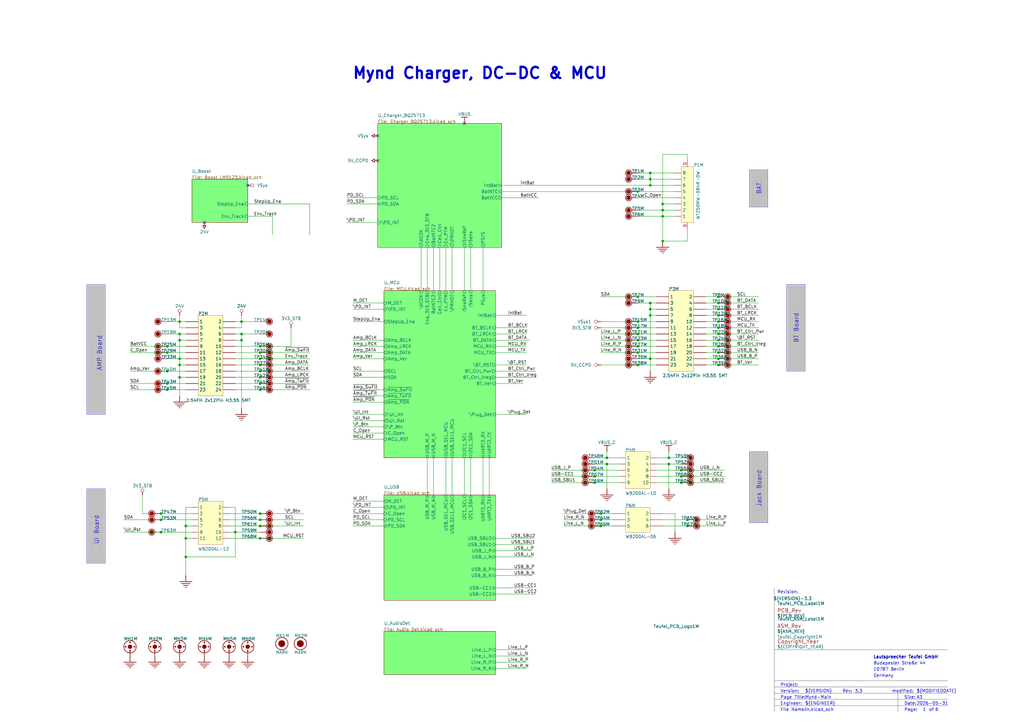
<source format=kicad_sch>
(kicad_sch (version 20231120) (generator "eeschema") (generator_version "8.0")
  (paper "A3")
  (title_block (title "Mynd-Main") (rev "3.3"))
  (junction (at 261.62 142.0622))
  (junction (at 261.62 136.9822))
  (junction (at 281.94 213.1822))
  (junction (at 73.66 131.9022))
  (junction (at 106.68 142.0622))
  (junction (at 266.7 70.9422))
  (junction (at 271.78 98.8822))
  (junction (at 294.64 136.9822))
  (junction (at 294.64 147.1422))
  (junction (at 106.68 154.7622))
  (junction (at 294.64 129.3622))
  (junction (at 246.38 213.1822))
  (junction (at 76.2 220.8022))
  (junction (at 68.58 144.6022))
  (junction (at 106.68 215.7222))
  (junction (at 294.64 124.2822))
  (junction (at 66.04 218.2622))
  (junction (at 106.68 152.2222))
  (junction (at 261.62 149.6822))
  (junction (at 73.66 149.6822))
  (junction (at 76.2 215.7222))
  (junction (at 106.68 220.8022))
  (junction (at 248.92 187.7822))
  (junction (at 68.58 157.3022))
  (junction (at 294.64 134.4422))
  (junction (at 266.7 124.2822))
  (junction (at 246.38 215.7222))
  (junction (at 294.64 131.9022))
  (junction (at 266.7 126.8222))
  (junction (at 261.62 121.7422))
  (junction (at 294.64 144.6022))
  (junction (at 271.78 86.1822))
  (junction (at 294.64 121.7422))
  (junction (at 106.68 149.6822))
  (junction (at 294.64 126.8222))
  (junction (at 106.68 144.6022))
  (junction (at 246.38 210.6422))
  (junction (at 266.7 73.4822))
  (junction (at 279.4 197.9422))
  (junction (at 99.06 131.9022))
  (junction (at 274.32 187.7822))
  (junction (at 73.66 136.9822))
  (junction (at 106.68 213.1822))
  (junction (at 243.84 192.8622))
  (junction (at 73.66 139.5222))
  (junction (at 274.32 190.3222))
  (junction (at 266.7 147.1422))
  (junction (at 99.06 136.9822))
  (junction (at 261.62 139.5222))
  (junction (at 66.04 210.6422))
  (junction (at 294.64 139.5222))
  (junction (at 96.52 218.2622))
  (junction (at 106.68 157.3022))
  (junction (at 68.58 142.0622))
  (junction (at 243.84 197.9422))
  (junction (at 243.84 195.4022))
  (junction (at 99.06 139.5222))
  (junction (at 261.62 144.6022))
  (junction (at 271.78 88.7222))
  (junction (at 73.66 154.7622))
  (junction (at 261.62 131.9022))
  (junction (at 279.4 195.4022))
  (junction (at 106.68 159.8422))
  (junction (at 106.68 210.6422))
  (junction (at 76.2 228.4222))
  (junction (at 106.68 147.1422))
  (junction (at 266.7 129.3622))
  (junction (at 271.78 83.6422))
  (junction (at 294.64 142.0622))
  (junction (at 294.64 149.6822))
  (junction (at 279.4 192.8622))
  (junction (at 248.92 190.3222))
  (junction (at 266.7 76.0222))
  (junction (at 68.58 159.8422))
  (junction (at 73.66 147.1422))
  (junction (at 68.58 152.2222))
  (junction (at 281.94 215.7222))
  (junction (at 261.62 78.5622))
  (junction (at 261.62 134.4422))
  (junction (at 66.04 213.1822))
  (no_connect (at 83.82 91.2622))
  (no_connect (at 190.5 50.6222))
  (no_connect (at 154.94 55.7022))
  (no_connect (at 154.94 65.8622))
  (no_connect (at 101.6 76.0222))
  (wire (pts (xy 261.62 136.9822) (xy 246.38 136.9822)))
  (wire (pts (xy 294.64 142.0622) (xy 289.56 142.0622)))
  (wire (pts (xy 154.94 83.6422) (xy 142.24 83.6422)))
  (wire (pts (xy 269.24 139.5222) (xy 261.62 139.5222)))
  (wire (pts (xy 182.88 187.7822) (xy 182.88 203.0222)))
  (wire (pts (xy 203.2 139.5222) (xy 217.17 139.5222)))
  (wire (pts (xy 157.48 154.7622) (xy 144.78 154.7622)))
  (wire (pts (xy 294.64 139.5222) (xy 289.56 139.5222)))
  (wire (pts (xy 119.38 142.0622) (xy 119.38 134.4422)))
  (wire (pts (xy 127 149.6822) (xy 106.68 149.6822)))
  (wire (pts (xy 279.4 195.4022) (xy 269.24 195.4022)))
  (wire (pts (xy 96.52 134.4422) (xy 99.06 134.4422)))
  (wire (pts (xy 266.7 73.4822) (xy 261.62 73.4822)))
  (wire (pts (xy 266.7 76.0222) (xy 266.7 73.4822)))
  (wire (pts (xy 254 190.3222) (xy 248.92 190.3222)))
  (wire (pts (xy 311.15 136.9822) (xy 294.64 136.9822)))
  (wire (pts (xy 203.2 220.8022) (xy 218.44 220.8022)))
  (wire (pts (xy 281.94 93.8022) (xy 281.94 98.8822)))
  (wire (pts (xy 246.38 121.7422) (xy 261.62 121.7422)))
  (wire (pts (xy 127 83.6422) (xy 127 96.3422)))
  (polyline (pts (xy 317.5 266.5222) (xy 317.5 241.1222)) (stroke (width 0.0254) (type solid) (color 0 0 0 1)))
  (wire (pts (xy 266.7 70.9422) (xy 266.7 73.4822)))
  (wire (pts (xy 215.9 149.6822) (xy 203.2 149.6822)))
  (wire (pts (xy 261.62 78.5622) (xy 205.74 78.5622)))
  (wire (pts (xy 243.84 190.3222) (xy 248.92 190.3222)))
  (wire (pts (xy 106.68 142.0622) (xy 119.38 142.0622)))
  (wire (pts (xy 294.64 147.1422) (xy 289.56 147.1422)))
  (wire (pts (xy 73.66 154.7622) (xy 73.66 149.6822)))
  (wire (pts (xy 96.52 218.2622) (xy 93.98 218.2622)))
  (wire (pts (xy 96.52 142.0622) (xy 106.68 142.0622)))
  (wire (pts (xy 96.52 208.1022) (xy 96.52 218.2622)))
  (wire (pts (xy 53.34 144.6022) (xy 68.58 144.6022)))
  (wire (pts (xy 101.6 83.6422) (xy 127 83.6422)))
  (wire (pts (xy 294.64 121.7422) (xy 289.56 121.7422)))
  (wire (pts (xy 73.66 149.6822) (xy 73.66 147.1422)))
  (wire (pts (xy 73.66 147.1422) (xy 73.66 139.5222)))
  (wire (pts (xy 261.62 139.5222) (xy 246.38 139.5222)))
  (wire (pts (xy 276.86 73.4822) (xy 266.7 73.4822)))
  (wire (pts (xy 261.62 134.4422) (xy 246.38 134.4422)))
  (wire (pts (xy 271.78 88.7222) (xy 271.78 86.1822)))
  (wire (pts (xy 279.4 187.7822) (xy 274.32 187.7822)))
  (wire (pts (xy 96.52 139.5222) (xy 99.06 139.5222)))
  (wire (pts (xy 106.68 131.9022) (xy 99.06 131.9022)))
  (wire (pts (xy 294.64 126.8222) (xy 289.56 126.8222)))
  (wire (pts (xy 127 147.1422) (xy 106.68 147.1422)))
  (wire (pts (xy 76.2 215.7222) (xy 76.2 208.1022)))
  (wire (pts (xy 311.15 134.4422) (xy 294.64 134.4422)))
  (wire (pts (xy 144.78 177.6222) (xy 157.48 177.6222)))
  (wire (pts (xy 185.42 101.4222) (xy 185.42 119.2022)))
  (wire (pts (xy 73.66 134.4422) (xy 76.2 134.4422)))
  (wire (pts (xy 246.38 215.7222) (xy 231.14 215.7222)))
  (wire (pts (xy 281.94 63.3222) (xy 281.94 65.8622)))
  (wire (pts (xy 96.52 228.4222) (xy 96.52 218.2622)))
  (wire (pts (xy 157.48 208.1022) (xy 144.78 208.1022)))
  (wire (pts (xy 99.06 129.3622) (xy 99.06 131.9022)))
  (wire (pts (xy 99.06 167.4622) (xy 99.06 139.5222)))
  (wire (pts (xy 261.62 142.0622) (xy 246.38 142.0622)))
  (wire (pts (xy 218.44 241.1222) (xy 203.2 241.1222)))
  (wire (pts (xy 68.58 147.1422) (xy 73.66 147.1422)))
  (polyline (pts (xy 317.5 286.8422) (xy 388.62 286.8422)) (stroke (width 0.0254) (type solid) (color 0 0 0 1)))
  (wire (pts (xy 111.76 88.7222) (xy 111.76 96.3422)))
  (wire (pts (xy 294.64 131.9022) (xy 289.56 131.9022)))
  (wire (pts (xy 279.4 190.3222) (xy 274.32 190.3222)))
  (wire (pts (xy 243.84 195.4022) (xy 226.06 195.4022)))
  (wire (pts (xy 266.7 124.2822) (xy 266.7 126.8222)))
  (wire (pts (xy 200.66 187.7822) (xy 200.66 203.0222)))
  (wire (pts (xy 76.2 142.0622) (xy 68.58 142.0622)))
  (wire (pts (xy 144.78 159.8422) (xy 157.48 159.8422)))
  (wire (pts (xy 261.62 147.1422) (xy 266.7 147.1422)))
  (wire (pts (xy 144.78 139.5222) (xy 157.48 139.5222)))
  (wire (pts (xy 243.84 197.9422) (xy 226.06 197.9422)))
  (wire (pts (xy 271.78 83.6422) (xy 276.86 83.6422)))
  (wire (pts (xy 76.2 215.7222) (xy 76.2 220.8022)))
  (wire (pts (xy 294.64 144.6022) (xy 289.56 144.6022)))
  (wire (pts (xy 144.78 162.3822) (xy 157.48 162.3822)))
  (wire (pts (xy 246.38 210.6422) (xy 231.14 210.6422)))
  (wire (pts (xy 251.46 210.6422) (xy 246.38 210.6422)))
  (wire (pts (xy 271.78 210.6422) (xy 276.86 210.6422)))
  (wire (pts (xy 269.24 187.7822) (xy 274.32 187.7822)))
  (wire (pts (xy 261.62 149.6822) (xy 269.24 149.6822)))
  (wire (pts (xy 144.78 144.6022) (xy 157.48 144.6022)))
  (wire (pts (xy 218.44 236.0422) (xy 203.2 236.0422)))
  (wire (pts (xy 144.78 126.8222) (xy 157.48 126.8222)))
  (wire (pts (xy 254 197.9422) (xy 243.84 197.9422)))
  (wire (pts (xy 76.2 157.3022) (xy 68.58 157.3022)))
  (wire (pts (xy 106.68 154.7622) (xy 96.52 154.7622)))
  (wire (pts (xy 311.15 149.6822) (xy 294.64 149.6822)))
  (polyline (pts (xy 317.5 291.9222) (xy 317.5 266.5222)) (stroke (width 0.0254) (type solid) (color 0 0 0 1)))
  (wire (pts (xy 294.64 124.2822) (xy 289.56 124.2822)))
  (wire (pts (xy 269.24 144.6022) (xy 261.62 144.6022)))
  (wire (pts (xy 261.62 124.2822) (xy 266.7 124.2822)))
  (wire (pts (xy 266.7 129.3622) (xy 266.7 147.1422)))
  (wire (pts (xy 279.4 197.9422) (xy 297.18 197.9422)))
  (polyline (pts (xy 317.5 281.7622) (xy 388.62 281.7622)) (stroke (width 0.0254) (type solid) (color 0 0 0 1)))
  (wire (pts (xy 73.66 129.3622) (xy 73.66 131.9022)))
  (wire (pts (xy 215.9 134.4422) (xy 203.2 134.4422)))
  (wire (pts (xy 172.72 101.4222) (xy 172.72 119.2022)))
  (wire (pts (xy 276.86 81.1022) (xy 261.62 81.1022)))
  (wire (pts (xy 254 195.4022) (xy 243.84 195.4022)))
  (wire (pts (xy 106.68 215.7222) (xy 93.98 215.7222)))
  (wire (pts (xy 127 159.8422) (xy 106.68 159.8422)))
  (wire (pts (xy 106.68 152.2222) (xy 96.52 152.2222)))
  (wire (pts (xy 144.78 142.0622) (xy 157.48 142.0622)))
  (wire (pts (xy 78.74 220.8022) (xy 76.2 220.8022)))
  (wire (pts (xy 266.7 147.1422) (xy 266.7 152.2222)))
  (wire (pts (xy 144.78 205.5622) (xy 157.48 205.5622)))
  (wire (pts (xy 177.8 101.4222) (xy 177.8 119.2022)))
  (wire (pts (xy 269.24 197.9422) (xy 279.4 197.9422)))
  (wire (pts (xy 93.98 220.8022) (xy 106.68 220.8022)))
  (wire (pts (xy 218.44 233.5022) (xy 203.2 233.5022)))
  (wire (pts (xy 68.58 159.8422) (xy 53.34 159.8422)))
  (wire (pts (xy 127 152.2222) (xy 106.68 152.2222)))
  (wire (pts (xy 76.2 159.8422) (xy 68.58 159.8422)))
  (wire (pts (xy 311.15 147.1422) (xy 294.64 147.1422)))
  (wire (pts (xy 124.46 213.1822) (xy 106.68 213.1822)))
  (wire (pts (xy 215.9 129.3622) (xy 203.2 129.3622)))
  (wire (pts (xy 193.04 101.4222) (xy 193.04 119.2022)))
  (wire (pts (xy 73.66 131.9022) (xy 73.66 134.4422)))
  (wire (pts (xy 248.92 187.7822) (xy 254 187.7822)))
  (wire (pts (xy 215.9 274.1422) (xy 203.2 274.1422)))
  (wire (pts (xy 76.2 220.8022) (xy 76.2 228.4222)))
  (wire (pts (xy 127 157.3022) (xy 106.68 157.3022)))
  (wire (pts (xy 215.9 142.0622) (xy 203.2 142.0622)))
  (polyline (pts (xy 317.5 266.5222) (xy 388.62 266.5222)) (stroke (width 0.0254) (type solid) (color 0 0 0 1)))
  (wire (pts (xy 205.74 81.1022) (xy 220.98 81.1022)))
  (polyline (pts (xy 317.5 284.3022) (xy 388.62 284.3022)) (stroke (width 0.0254) (type solid) (color 0 0 0 1)))
  (wire (pts (xy 124.46 210.6422) (xy 106.68 210.6422)))
  (wire (pts (xy 106.68 144.6022) (xy 96.52 144.6022)))
  (wire (pts (xy 269.24 136.9822) (xy 261.62 136.9822)))
  (wire (pts (xy 311.15 126.8222) (xy 294.64 126.8222)))
  (wire (pts (xy 99.06 139.5222) (xy 99.06 136.9822)))
  (wire (pts (xy 144.78 172.5422) (xy 157.48 172.5422)))
  (wire (pts (xy 271.78 86.1822) (xy 271.78 83.6422)))
  (wire (pts (xy 93.98 208.1022) (xy 96.52 208.1022)))
  (wire (pts (xy 73.66 136.9822) (xy 76.2 136.9822)))
  (wire (pts (xy 294.64 129.3622) (xy 289.56 129.3622)))
  (wire (pts (xy 78.74 215.7222) (xy 76.2 215.7222)))
  (wire (pts (xy 68.58 144.6022) (xy 76.2 144.6022)))
  (wire (pts (xy 269.24 126.8222) (xy 266.7 126.8222)))
  (wire (pts (xy 106.68 220.8022) (xy 124.46 220.8022)))
  (wire (pts (xy 243.84 187.7822) (xy 248.92 187.7822)))
  (wire (pts (xy 311.15 129.3622) (xy 294.64 129.3622)))
  (wire (pts (xy 218.44 225.8822) (xy 203.2 225.8822)))
  (wire (pts (xy 154.94 81.1022) (xy 142.24 81.1022)))
  (wire (pts (xy 175.26 203.0222) (xy 175.26 187.7822)))
  (wire (pts (xy 261.62 131.9022) (xy 246.38 131.9022)))
  (wire (pts (xy 182.88 101.4222) (xy 182.88 119.2022)))
  (wire (pts (xy 311.15 124.2822) (xy 294.64 124.2822)))
  (wire (pts (xy 269.24 131.9022) (xy 261.62 131.9022)))
  (wire (pts (xy 180.34 101.4222) (xy 180.34 119.2022)))
  (wire (pts (xy 144.78 147.1422) (xy 157.48 147.1422)))
  (wire (pts (xy 269.24 142.0622) (xy 261.62 142.0622)))
  (wire (pts (xy 269.24 124.2822) (xy 266.7 124.2822)))
  (wire (pts (xy 279.4 192.8622) (xy 297.18 192.8622)))
  (wire (pts (xy 73.66 147.1422) (xy 76.2 147.1422)))
  (wire (pts (xy 106.68 157.3022) (xy 96.52 157.3022)))
  (wire (pts (xy 271.78 83.6422) (xy 271.78 63.3222)))
  (wire (pts (xy 276.86 78.5622) (xy 261.62 78.5622)))
  (wire (pts (xy 203.2 223.3422) (xy 218.44 223.3422)))
  (wire (pts (xy 274.32 190.3222) (xy 274.32 200.4822)))
  (wire (pts (xy 269.24 190.3222) (xy 274.32 190.3222)))
  (wire (pts (xy 76.2 228.4222) (xy 96.52 228.4222)))
  (wire (pts (xy 226.06 192.8622) (xy 243.84 192.8622)))
  (wire (pts (xy 219.71 152.2222) (xy 203.2 152.2222)))
  (wire (pts (xy 106.68 159.8422) (xy 96.52 159.8422)))
  (wire (pts (xy 106.68 136.9822) (xy 99.06 136.9822)))
  (wire (pts (xy 144.78 164.9222) (xy 157.48 164.9222)))
  (wire (pts (xy 281.94 215.7222) (xy 271.78 215.7222)))
  (wire (pts (xy 76.2 154.7622) (xy 73.66 154.7622)))
  (wire (pts (xy 198.12 101.4222) (xy 198.12 119.2022)))
  (wire (pts (xy 50.8 218.2622) (xy 66.04 218.2622)))
  (wire (pts (xy 281.94 98.8822) (xy 271.78 98.8822)))
  (wire (pts (xy 248.92 190.3222) (xy 248.92 200.4822)))
  (wire (pts (xy 297.18 215.7222) (xy 281.94 215.7222)))
  (wire (pts (xy 294.64 136.9822) (xy 289.56 136.9822)))
  (wire (pts (xy 175.26 101.4222) (xy 175.26 119.2022)))
  (wire (pts (xy 266.7 126.8222) (xy 266.7 129.3622)))
  (wire (pts (xy 281.94 213.1822) (xy 271.78 213.1822)))
  (wire (pts (xy 243.84 192.8622) (xy 254 192.8622)))
  (wire (pts (xy 294.64 134.4422) (xy 289.56 134.4422)))
  (wire (pts (xy 271.78 86.1822) (xy 276.86 86.1822)))
  (wire (pts (xy 311.15 131.9022) (xy 294.64 131.9022)))
  (wire (pts (xy 311.15 121.7422) (xy 294.64 121.7422)))
  (wire (pts (xy 271.78 98.8822) (xy 271.78 88.7222)))
  (wire (pts (xy 266.7 76.0222) (xy 276.86 76.0222)))
  (wire (pts (xy 106.68 218.2622) (xy 96.52 218.2622)))
  (wire (pts (xy 157.48 215.7222) (xy 144.78 215.7222)))
  (wire (pts (xy 251.46 215.7222) (xy 246.38 215.7222)))
  (wire (pts (xy 127 154.7622) (xy 106.68 154.7622)))
  (wire (pts (xy 271.78 88.7222) (xy 276.86 88.7222)))
  (wire (pts (xy 218.44 228.4222) (xy 203.2 228.4222)))
  (wire (pts (xy 297.18 213.1822) (xy 281.94 213.1822)))
  (wire (pts (xy 76.2 149.6822) (xy 73.66 149.6822)))
  (wire (pts (xy 215.9 136.9822) (xy 203.2 136.9822)))
  (wire (pts (xy 73.66 162.3822) (xy 73.66 154.7622)))
  (wire (pts (xy 203.2 157.3022) (xy 214.63 157.3022)))
  (wire (pts (xy 198.12 187.7822) (xy 198.12 203.0222)))
  (polyline (pts (xy 317.5 279.2222) (xy 388.62 279.2222)) (stroke (width 0.0254) (type solid) (color 0 0 0 1)))
  (wire (pts (xy 144.78 175.0822) (xy 157.48 175.0822)))
  (wire (pts (xy 78.74 210.6422) (xy 66.04 210.6422)))
  (wire (pts (xy 219.71 154.7622) (xy 203.2 154.7622)))
  (wire (pts (xy 157.48 213.1822) (xy 144.78 213.1822)))
  (wire (pts (xy 101.6 88.7222) (xy 111.76 88.7222)))
  (wire (pts (xy 144.78 152.2222) (xy 157.48 152.2222)))
  (wire (pts (xy 271.78 63.3222) (xy 281.94 63.3222)))
  (wire (pts (xy 106.68 147.1422) (xy 96.52 147.1422)))
  (wire (pts (xy 219.71 243.6622) (xy 203.2 243.6622)))
  (wire (pts (xy 274.32 187.7822) (xy 274.32 185.2422)))
  (wire (pts (xy 66.04 218.2622) (xy 78.74 218.2622)))
  (wire (pts (xy 294.64 149.6822) (xy 289.56 149.6822)))
  (wire (pts (xy 261.62 121.7422) (xy 269.24 121.7422)))
  (wire (pts (xy 66.04 210.6422) (xy 58.42 210.6422)))
  (wire (pts (xy 248.92 185.2422) (xy 248.92 187.7822)))
  (wire (pts (xy 157.48 180.1622) (xy 144.78 180.1622)))
  (wire (pts (xy 246.38 149.6822) (xy 261.62 149.6822)))
  (wire (pts (xy 68.58 152.2222) (xy 53.34 152.2222)))
  (wire (pts (xy 276.86 70.9422) (xy 266.7 70.9422)))
  (wire (pts (xy 177.8 203.0222) (xy 177.8 187.7822)))
  (wire (pts (xy 157.48 210.6422) (xy 144.78 210.6422)))
  (wire (pts (xy 269.24 192.8622) (xy 279.4 192.8622)))
  (wire (pts (xy 144.78 124.2822) (xy 157.48 124.2822)))
  (wire (pts (xy 261.62 88.7222) (xy 271.78 88.7222)))
  (polyline (pts (xy 317.5 289.3822) (xy 388.62 289.3822)) (stroke (width 0.0254) (type solid) (color 0 0 0 1)))
  (wire (pts (xy 215.9 266.5222) (xy 203.2 266.5222)))
  (wire (pts (xy 311.15 142.0622) (xy 294.64 142.0622)))
  (wire (pts (xy 66.04 213.1822) (xy 78.74 213.1822)))
  (wire (pts (xy 58.42 210.6422) (xy 58.42 203.0222)))
  (wire (pts (xy 68.58 157.3022) (xy 53.34 157.3022)))
  (wire (pts (xy 76.2 208.1022) (xy 78.74 208.1022)))
  (wire (pts (xy 215.9 269.0622) (xy 203.2 269.0622)))
  (wire (pts (xy 106.68 149.6822) (xy 96.52 149.6822)))
  (wire (pts (xy 193.04 187.7822) (xy 193.04 203.0222)))
  (wire (pts (xy 269.24 147.1422) (xy 266.7 147.1422)))
  (wire (pts (xy 205.74 76.0222) (xy 266.7 76.0222)))
  (wire (pts (xy 68.58 131.9022) (xy 73.66 131.9022)))
  (wire (pts (xy 76.2 236.0422) (xy 76.2 228.4222)))
  (wire (pts (xy 106.68 213.1822) (xy 93.98 213.1822)))
  (wire (pts (xy 276.86 210.6422) (xy 276.86 218.2622)))
  (wire (pts (xy 76.2 131.9022) (xy 73.66 131.9022)))
  (wire (pts (xy 73.66 139.5222) (xy 76.2 139.5222)))
  (wire (pts (xy 215.9 144.6022) (xy 203.2 144.6022)))
  (wire (pts (xy 106.68 210.6422) (xy 93.98 210.6422)))
  (wire (pts (xy 50.8 213.1822) (xy 66.04 213.1822)))
  (wire (pts (xy 297.18 195.4022) (xy 279.4 195.4022)))
  (wire (pts (xy 215.9 170.0022) (xy 203.2 170.0022)))
  (wire (pts (xy 144.78 170.0022) (xy 157.48 170.0022)))
  (wire (pts (xy 251.46 213.1822) (xy 246.38 213.1822)))
  (wire (pts (xy 261.62 86.1822) (xy 271.78 86.1822)))
  (wire (pts (xy 215.9 271.6022) (xy 203.2 271.6022)))
  (wire (pts (xy 127 144.6022) (xy 106.68 144.6022)))
  (wire (pts (xy 68.58 142.0622) (xy 53.34 142.0622)))
  (wire (pts (xy 311.15 144.6022) (xy 294.64 144.6022)))
  (wire (pts (xy 124.46 215.7222) (xy 106.68 215.7222)))
  (wire (pts (xy 99.06 131.9022) (xy 96.52 131.9022)))
  (wire (pts (xy 269.24 134.4422) (xy 261.62 134.4422)))
  (wire (pts (xy 76.2 152.2222) (xy 68.58 152.2222)))
  (wire (pts (xy 185.42 203.0222) (xy 185.42 187.7822)))
  (wire (pts (xy 190.5 101.4222) (xy 190.5 119.2022)))
  (wire (pts (xy 190.5 187.7822) (xy 190.5 203.0222)))
  (wire (pts (xy 246.38 213.1822) (xy 231.14 213.1822)))
  (wire (pts (xy 144.78 131.9022) (xy 157.48 131.9022)))
  (wire (pts (xy 99.06 136.9822) (xy 96.52 136.9822)))
  (wire (pts (xy 269.24 129.3622) (xy 266.7 129.3622)))
  (wire (pts (xy 68.58 136.9822) (xy 73.66 136.9822)))
  (wire (pts (xy 99.06 134.4422) (xy 99.06 131.9022)))
  (polyline (pts (xy 368.3 291.9222) (xy 368.3 284.3022)) (stroke (width 0.0254) (type solid) (color 0 0 0 1)))
  (wire (pts (xy 154.94 91.2622) (xy 142.24 91.2622)))
  (wire (pts (xy 261.62 144.6022) (xy 246.38 144.6022)))
  (wire (pts (xy 73.66 139.5222) (xy 73.66 136.9822)))
  (wire (pts (xy 311.15 139.5222) (xy 294.64 139.5222)))
  (wire (pts (xy 266.7 70.9422) (xy 261.62 70.9422)))
  (rectangle (start 43.18 116.6622) (end 35.56 170.0022) (stroke (width 0.0254) (color 0 0 255 1)) (fill (type color) (color 192 192 192 1)))
  (rectangle (start 314.96 185.2422) (end 307.34 214.4522) (stroke (width 0.0254) (color 0 0 255 1)) (fill (type color) (color 192 192 192 1)))
  (rectangle (start 330.2 116.6622) (end 322.58 152.2222) (stroke (width 0.0254) (color 0 0 255 1)) (fill (type color) (color 192 192 192 1)))
  (rectangle (start 43.18 200.4822) (end 35.56 230.9622) (stroke (width 0.0254) (color 0 0 255 1)) (fill (type color) (color 192 192 192 1)))
  (rectangle (start 314.96 69.6722) (end 307.34 84.9122) (stroke (width 0.0254) (color 0 0 255 1)) (fill (type color) (color 192 192 192 1)))
  (text "Version:" (at 320.04 284.3022 0) (effects (font (size 1.27 1.27)) (justify left bottom)))
  (text "Engineer:" (at 320.04 289.3822 0) (effects (font (size 1.27 1.27)) (justify left bottom)))
  (text "Date:" (at 370.84 289.3822 0) (effects (font (size 1.27 1.27)) (justify left bottom)))
  (text "File Name:" (at 320.04 291.9222 0) (effects (font (size 1.27 1.27)) (justify left bottom)))
  (text "${FILENAME}" (at 330.2 291.9222 0) (effects (font (size 1.27 1.27)) (justify left bottom)))
  (text "${MODIFIEDDATE}" (at 375.92 284.3022 0) (effects (font (size 1.27 1.27)) (justify left bottom)))
  (text "of" (at 381 291.9222 0) (effects (font (size 1.27 1.27)) (justify left bottom)))
  (text "${##}" (at 383.54 291.9222 0) (effects (font (size 1.27 1.27)) (justify left bottom)))
  (text "Size:" (at 370.84 286.8422 0) (effects (font (size 1.27 1.27)) (justify left bottom)))
  (text "${PROJECTNAME}" (at 330.2 281.7622 0) (effects (font (size 1.27 1.27)) (justify left bottom)))
  (text "Mynd Charger, DC-DC & MCU" (at 196.85 32.8422 0) (effects (font (size 4.572 4.572) (thickness 0.9144) (bold yes)) (justify bottom)))
  (text "Rev:" (at 345.44 284.3022 0) (effects (font (size 1.27 1.27)) (justify left bottom)))
  (text "A3" (at 375.92 286.8422 0) (effects (font (size 1.27 1.27)) (justify left bottom)))
  (text "${VERSION}" (at 330.2 284.3022 0) (effects (font (size 1.27 1.27)) (justify left bottom)))
  (text "AMP Board" (at 41.91 152.2222 90) (effects (font (size 1.778 1.778)) (justify left bottom)))
  (text "BT Board" (at 327.66 140.7922 90) (effects (font (size 1.778 1.778)) (justify left bottom)))
  (text "${REVISION}" (at 350.52 284.3022 0) (effects (font (size 1.27 1.27)) (justify left bottom)))
  (text "BAT" (at 312.42 79.8322 90) (effects (font (size 1.778 1.778)) (justify left bottom)))
  (text "${ENGINEER}" (at 330.2 289.3822 0) (effects (font (size 1.27 1.27)) (justify left bottom)))
  (text "Project:" (at 320.04 281.7622 0) (effects (font (size 1.27 1.27)) (justify left bottom)))
  (text "10787 Berlin" (at 358.14 275.4122 0) (effects (font (size 1.27 1.27) (italic yes)) (justify left bottom)))
  (text "Germany" (at 358.14 277.9522 0) (effects (font (size 1.27 1.27) (italic yes)) (justify left bottom)))
  (text "Jack Board" (at 312.42 208.1022 90) (effects (font (size 1.778 1.778)) (justify left bottom)))
  (text "${#}" (at 378.46 291.9222 0) (effects (font (size 1.27 1.27)) (justify left bottom)))
  (text "${TITLE}" (at 330.2 286.8422 0) (effects (font (size 1.27 1.27)) (justify left bottom)))
  (text "Page:" (at 370.84 291.9222 0) (effects (font (size 1.27 1.27)) (justify left bottom)))
  (text "${CURRENT_DATE}" (at 375.92 289.3822 0) (effects (font (size 1.27 1.27)) (justify left bottom)))
  (text "UI Board" (at 40.64 223.3422 90) (effects (font (size 1.778 1.778)) (justify left bottom)))
  (text "modified:" (at 365.76 284.3022 0) (effects (font (size 1.27 1.27)) (justify left bottom)))
  (text "Page Title:" (at 320.04 286.8422 0) (effects (font (size 1.27 1.27)) (justify left bottom)))
  (text "Lautspreecher Teufel GmbH" (at 358.14 270.3322 0) (effects (font (size 1.27 1.27) (thickness 0.254) (bold yes)) (justify left bottom)))
  (text "Revision:" (at 318.77 243.6622 0) (effects (font (size 1.27 1.27)) (justify left bottom)))
  (text "Budapester Straße 44" (at 358.14 272.8722 0) (effects (font (size 1.27 1.27) (italic yes)) (justify left bottom)))
  (label "BT_BCLK" (at 208.28 134.4422 0))
  (label "Line_R_N" (at 246.38 144.6022 0))
  (label "~{Amp_TwFlt}" (at 116.84 157.3022 0))
  (label "BT_DATA" (at 208.28 139.5222 0))
  (label "Line_L_N" (at 208.28 269.0622 0))
  (label "\\Plug_Det" (at 231.14 210.6422 0))
  (label "Line_L_P" (at 208.28 266.5222 0))
  (label "~{Amp_PDN}" (at 116.84 159.8422 0))
  (label "Amp_Ver" (at 53.34 152.2222 0))
  (label "PD_SCL" (at 142.24 81.1022 0))
  (label "\\BT_RST" (at 302.26 139.5222 0))
  (label "USB_SBU1" (at 226.06 197.9422 0))
  (label "BT_BCLK" (at 302.26 126.8222 0))
  (label "\\UI_Int" (at 144.78 170.0022 0))
  (label "\\P_Btn" (at 144.78 175.0822 0))
  (label "PD_SDA" (at 144.78 215.7222 0))
  (label "BT_DATA" (at 302.26 124.2822 0))
  (label "\\UI_Rst" (at 144.78 172.5422 0))
  (label "Line_R_P" (at 208.28 271.6022 0))
  (label "BT_Ctrl_Vreg" (at 208.28 154.7622 0))
  (label "intBat" (at 208.28 129.3622 0))
  (label "C_Open" (at 264.16 81.1022 0))
  (label "M_DET" (at 144.78 205.5622 0))
  (label "USB_B_N" (at 302.26 144.6022 0))
  (label "Line_R_N" (at 208.28 274.1422 0))
  (label "Line_R_P" (at 246.38 142.0622 0))
  (label "MCU_RST" (at 144.78 180.1622 0))
  (label "\\PD_INT" (at 144.78 208.1022 0))
  (label "~{Amp_SwFlt}" (at 144.78 159.8422 0))
  (label "\\Plug_Det" (at 208.28 170.0022 0))
  (label "Amp_BCLK" (at 116.84 152.2222 0))
  (label "Amp_BCLK" (at 144.78 139.5222 0))
  (label "USB_J_P" (at 210.82 225.8822 0))
  (label "SDA" (at 53.34 157.3022 0))
  (label "USB-CC1" (at 226.06 195.4022 0))
  (label "USB_J_N" (at 287.02 192.8622 0))
  (label "Env_Track" (at 116.84 147.1422 0))
  (label "Line_L_P" (at 246.38 136.9822 0))
  (label "SCL" (at 302.26 121.7422 0))
  (label "SCL" (at 116.84 213.1822 0))
  (label "BT_Ctrl_Pwr" (at 302.26 136.9822 0))
  (label "Line_R_N" (at 231.14 213.1822 0))
  (label "BT_LRCK" (at 208.28 136.9822 0))
  (label "BatVCC" (at 213.36 81.1022 0))
  (label "StepUp_Ena" (at 144.78 131.9022 0))
  (label "\\BT_RST" (at 208.28 149.6822 0))
  (label "C_Open" (at 53.34 144.6022 0))
  (label "~{Amp_TwFlt}" (at 144.78 162.3822 0))
  (label "BT_Ctrl_Pwr" (at 208.28 152.2222 0))
  (label "USB-CC2" (at 287.02 195.4022 0))
  (label "MCU_TX" (at 302.26 134.4422 0))
  (label "USB_SBU2" (at 287.02 197.9422 0))
  (label "Line_L_N" (at 231.14 215.7222 0))
  (label "MCU_TX" (at 208.28 144.6022 0))
  (label "\\PD_INT" (at 142.24 91.2622 0))
  (label "MCU_RST" (at 116.043 220.8022 0))
  (label "M_DET" (at 144.78 124.2822 0))
  (label "C_Open" (at 144.78 177.6222 0))
  (label "intBat" (at 213.36 76.0222 0))
  (label "SDA" (at 246.38 121.7422 0))
  (label "BT_Ctrl_Vreg" (at 302.26 142.0622 0))
  (label "SCL" (at 144.78 152.2222 0))
  (label "\\PD_INT" (at 144.78 126.8222 0))
  (label "Amp_Ver" (at 144.78 147.1422 0))
  (label "PD_SDA" (at 142.24 83.6422 0))
  (label "~{Amp_PDN}" (at 144.78 164.9222 0))
  (label "USB_B_P" (at 210.82 233.5022 0))
  (label "\\P_Btn" (at 116.84 210.6422 0))
  (label "Amp_LRCK" (at 116.84 154.7622 0))
  (label "SDA" (at 144.78 154.7622 0))
  (label "Line_R_P" (at 289.56 213.1822 0))
  (label "USB_SBU1" (at 209.55 223.3422 0))
  (label "USB_B_N" (at 210.82 236.0422 0))
  (label "USB_SBU2" (at 209.542 220.8022 0))
  (label "Amp_DATA" (at 144.78 144.6022 0))
  (label "C_Open" (at 144.78 210.6422 0))
  (label "Amp_LRCK" (at 144.78 142.0622 0))
  (label "Line_L_N" (at 246.38 139.5222 0))
  (label "Env_Track" (at 104.14 88.7222 0))
  (label "Amp_DATA" (at 116.84 149.6822 0))
  (label "\\UI_Int" (at 116.84 215.7222 0))
  (label "BT_Ver" (at 208.28 157.3022 0))
  (label "~{Amp_SwFlt}" (at 116.84 144.6022 0))
  (label "USB-CC2" (at 210.82 243.6622 0))
  (label "MCU_RX" (at 208.28 142.0622 0))
  (label "USB_J_P" (at 226.06 192.8622 0))
  (label "USB-CC1" (at 210.82 241.1222 0))
  (label "MCU_RX" (at 302.26 131.9022 0))
  (label "\\UI_Rst" (at 50.8 218.2622 0))
  (label "BT_LRCK" (at 302.26 129.3622 0))
  (label "Line_L_P" (at 289.56 215.7222 0))
  (label "StepUp_Ena" (at 104.14 83.6422 0))
  (label "BatVCC" (at 53.34 142.0622 0))
  (label "USB_J_N" (at 210.82 228.4222 0))
  (label "SCL" (at 53.34 159.8422 0))
  (label "SDA" (at 50.8 213.1822 0))
  (label "BT_Ver" (at 302.26 149.6822 0))
  (label "USB_B_P" (at 302.26 147.1422 0))
  (label "PD_SCL" (at 144.78 213.1822 0))
  (symbol (lib_id "Mynd_Main-altium-import:root_0_CON 2X6P") (at 81.28 205.5622 0) (unit 1)
    (property "Reference" "P5M" (at 81.28 205.5622 0) (effects (justify left bottom)))
    (property "Value" "${ALTIUM_VALUE}" (at 81.28 225.8822 0) (effects (justify left bottom)))
    (property "Footprint" "WB200AL_2x6P" (effects (hide yes)))
    (property "Description" "SMD WTB CONNECTOR 12P P2.0mm TIN" (effects (hide yes)))
    (property "MANUFACTURER" "MINGHENG" (effects (hide yes)))
    (property "SYSTEM" "Connector" (effects (hide yes)))
    (property "ALTIUM_VALUE" "${PART_NUMBER}" (effects (hide yes)))
    (property "PART_NUMBER" "WB200AL-12" (effects (hide yes)))
    (property "PART_TYPE" "Connector SMT" (effects (hide yes)))
  )
  (symbol (lib_id "Mynd_Main-altium-import:VBUS_C_BAR") (at 248.92 185.2422 180) (unit 1)
    (property "Reference" "#PWR?" (effects (hide yes)))
    (property "Value" "VBUS_C" (at 248.92 181.4322 0))
  )
  (symbol (lib_id "Mynd_Main-altium-import:root_0_mirrored_TP") (at 243.84 192.8622 0) (unit 1)
    (property "Reference" "TP54M" (at 241.3 192.8622 0) (effects (justify left bottom)))
    (property "Value" "TP12" (effects (hide yes)))
    (property "Footprint" "TP120" (effects (hide yes)))
    (property "Description" "Test Point" (effects (hide yes)))
    (property "DESIGN ITEM ID" "TP" (effects (hide yes)))
  )
  (symbol (lib_id "Mynd_Main-altium-import:root_0_Teufel NoLogo") (at 269.24 258.9022 0) (unit 1)
    (property "Reference" "Teufel_PCB_Logo1M" (at 267.97 257.6322 0) (effects (justify left bottom)))
    (property "Value" "${VERSION}-${REVISION}" (at 318.77 246.2022 0) (effects (justify left bottom)))
    (property "Footprint" "Teufel_NoLogo" (effects (hide yes)))
    (property "Description" "Teufel PCB NoLogo" (effects (hide yes)))
  )
  (symbol (lib_id "Mynd_Main-altium-import:root_0_TP") (at 294.64 129.3622 0) (unit 1)
    (property "Reference" "TP12M" (at 292.1 129.3622 0) (effects (justify left bottom)))
    (property "Value" "TP12" (effects (hide yes)))
    (property "Footprint" "TP120" (effects (hide yes)))
    (property "Description" "Test Point" (effects (hide yes)))
    (property "DESIGN ITEM ID" "TP" (effects (hide yes)))
  )
  (symbol (lib_id "Mynd_Main-altium-import:root_0_mirrored_TP") (at 68.58 142.0622 0) (unit 1)
    (property "Reference" "TP25M" (at 66.04 142.0622 0) (effects (justify left bottom)))
    (property "Value" "TP12" (effects (hide yes)))
    (property "Footprint" "TP120" (effects (hide yes)))
    (property "Description" "Test Point" (effects (hide yes)))
    (property "DESIGN ITEM ID" "TP" (effects (hide yes)))
  )
  (symbol (lib_id "Mynd_Main-altium-import:VSys_CIRCLE") (at 101.6 76.0222 90) (unit 1)
    (property "Reference" "#PWR?" (effects (hide yes)))
    (property "Value" "VSys" (at 105.41 76.0222 90) (effects (justify right)))
  )
  (symbol (lib_id "Mynd_Main-altium-import:root_0_CON 2x12P") (at 274.32 119.2022 0) (unit 1)
    (property "Reference" "P3M" (at 274.32 119.2022 0) (effects (justify left bottom)))
    (property "Value" "${ALTIUM_VALUE}" (at 271.78 154.7622 0) (effects (justify left bottom)))
    (property "Footprint" "Female_SMD_Bottom_2X12_254" (effects (hide yes)))
    (property "Description" "SMD BTB CONNECTOR 24P P2.54mm GOLD" (effects (hide yes)))
    (property "MANUFACTURER" "MINGHENG" (effects (hide yes)))
    (property "SYSTEM" "Connector" (effects (hide yes)))
    (property "ALTIUM_VALUE" "${PART_NUMBER}" (effects (hide yes)))
    (property "PART_NUMBER" "2.54FH 2x12Pin H3.55 SMT" (effects (hide yes)))
    (property "PART_TYPE" "Connector SMT" (effects (hide yes)))
  )
  (symbol (lib_id "Mynd_Main-altium-import:root_0_TP") (at 281.94 215.7222 0) (unit 1)
    (property "Reference" "TP67M" (at 279.4 215.7222 0) (effects (justify left bottom)))
    (property "Value" "TP12" (effects (hide yes)))
    (property "Footprint" "TP120" (effects (hide yes)))
    (property "Description" "Test Point" (effects (hide yes)))
    (property "DESIGN ITEM ID" "TP" (effects (hide yes)))
  )
  (symbol (lib_id "Mynd_Main-altium-import:root_0_CON 2X3P") (at 256.54 208.1022 0) (unit 1)
    (property "Reference" "P6M" (at 256.54 208.1022 0) (effects (justify left bottom)))
    (property "Value" "${ALTIUM_VALUE}" (at 256.54 220.8022 0) (effects (justify left bottom)))
    (property "Footprint" "WB200AL_2x3P" (effects (hide yes)))
    (property "Description" "SMD WTB CONNECTOR 6P P2.0mm TIN" (effects (hide yes)))
    (property "MANUFACTURER" "MINGHENG" (effects (hide yes)))
    (property "SYSTEM" "Connector" (effects (hide yes)))
    (property "ALTIUM_VALUE" "${PART_NUMBER}" (effects (hide yes)))
    (property "PART_NUMBER" "WB200AL-06" (effects (hide yes)))
    (property "PART_TYPE" "Connector SMT" (effects (hide yes)))
  )
  (symbol (lib_id "Mynd_Main-altium-import:3V3_STB_CIRCLE") (at 58.42 203.0222 180) (unit 1)
    (property "Reference" "#PWR?" (effects (hide yes)))
    (property "Value" "3V3_STB" (at 58.42 199.2122 0))
  )
  (symbol (lib_id "Mynd_Main-altium-import:root_0_TP") (at 106.68 159.8422 0) (unit 1)
    (property "Reference" "TP46M" (at 104.14 159.8422 0) (effects (justify left bottom)))
    (property "Value" "TP12" (effects (hide yes)))
    (property "Footprint" "TP120" (effects (hide yes)))
    (property "Description" "Test Point" (effects (hide yes)))
    (property "DESIGN ITEM ID" "TP" (effects (hide yes)))
  )
  (symbol (lib_id "Mynd_Main-altium-import:GND_POWER_GROUND") (at 101.6 269.0622 0) (unit 1)
    (property "Reference" "#PWR?" (effects (hide yes)))
    (property "Value" "GND" (effects (hide yes)))
  )
  (symbol (lib_id "Mynd_Main-altium-import:GND_POWER_GROUND") (at 271.78 98.8822 0) (unit 1)
    (property "Reference" "#PWR?" (effects (hide yes)))
    (property "Value" "GND" (effects (hide yes)))
  )
  (symbol (lib_id "Mynd_Main-altium-import:root_0_mirrored_TP") (at 261.62 147.1422 0) (unit 1)
    (property "Reference" "TP35M" (at 259.08 147.1422 0) (effects (justify left bottom)))
    (property "Value" "TP12" (effects (hide yes)))
    (property "Footprint" "TP120" (effects (hide yes)))
    (property "Description" "Test Point" (effects (hide yes)))
    (property "DESIGN ITEM ID" "TP" (effects (hide yes)))
  )
  (symbol (lib_id "Mynd_Main-altium-import:root_0_Teufel_PCB_Label") (at 318.77 251.2822 0) (unit 1)
    (property "Reference" "Teufel_PCB_Label1M" (at 318.77 248.2342 0) (effects (justify left bottom)))
    (property "Value" "${PCB_REV}" (at 318.77 253.3142 0) (effects (justify left bottom)))
    (property "Footprint" "Teufel_PCB_Rev" (effects (hide yes)))
    (property "Description" "Teufel_PCB_Label" (effects (hide yes)))
  )
  (symbol (lib_id "Mynd_Main-altium-import:GND_POWER_GROUND") (at 276.86 218.2622 0) (unit 1)
    (property "Reference" "#PWR?" (effects (hide yes)))
    (property "Value" "GND" (effects (hide yes)))
  )
  (symbol (lib_id "Mynd_Main-altium-import:root_0_TP") (at 106.68 144.6022 0) (unit 1)
    (property "Reference" "TP30M" (at 104.14 144.6022 0) (effects (justify left bottom)))
    (property "Value" "TP12" (effects (hide yes)))
    (property "Footprint" "TP120" (effects (hide yes)))
    (property "Description" "Test Point" (effects (hide yes)))
    (property "DESIGN ITEM ID" "TP" (effects (hide yes)))
  )
  (symbol (lib_id "Mynd_Main-altium-import:root_0_TP") (at 294.64 149.6822 0) (unit 1)
    (property "Reference" "TP39M" (at 292.1 149.6822 0) (effects (justify left bottom)))
    (property "Value" "TP12" (effects (hide yes)))
    (property "Footprint" "TP120" (effects (hide yes)))
    (property "Description" "Test Point" (effects (hide yes)))
    (property "DESIGN ITEM ID" "TP" (effects (hide yes)))
  )
  (symbol (lib_id "Mynd_Main-altium-import:root_0_mirrored_TP") (at 66.04 210.6422 0) (unit 1)
    (property "Reference" "TP47M" (at 66.04 210.6422 0) (effects (justify left bottom)))
    (property "Value" "TP12" (effects (hide yes)))
    (property "Footprint" "TP120" (effects (hide yes)))
    (property "Description" "Test Point" (effects (hide yes)))
    (property "DESIGN ITEM ID" "TP" (effects (hide yes)))
  )
  (symbol (lib_id "Mynd_Main-altium-import:root_1_SCREW_HOLE") (at 93.98 269.0622 0) (unit 1)
    (property "Reference" "MH5M" (at 91.44 262.7122 0) (effects (justify left bottom)))
    (property "Value" "SCREW_HOLE_D30" (effects (hide yes)))
    (property "Footprint" "SCREW_D30" (effects (hide yes)))
    (property "Description" "SCREW_HOLE_D30" (effects (hide yes)))
  )
  (symbol (lib_id "Mynd_Main-altium-import:root_0_TP") (at 294.64 126.8222 0) (unit 1)
    (property "Reference" "TP11M" (at 292.1 126.8222 0) (effects (justify left bottom)))
    (property "Value" "TP12" (effects (hide yes)))
    (property "Footprint" "TP120" (effects (hide yes)))
    (property "Description" "Test Point" (effects (hide yes)))
    (property "DESIGN ITEM ID" "TP" (effects (hide yes)))
  )
  (symbol (lib_id "Mynd_Main-altium-import:root_0_TP") (at 294.64 121.7422 0) (unit 1)
    (property "Reference" "TP8M" (at 292.1 121.7422 0) (effects (justify left bottom)))
    (property "Value" "TP12" (effects (hide yes)))
    (property "Footprint" "TP120" (effects (hide yes)))
    (property "Description" "Test Point" (effects (hide yes)))
    (property "DESIGN ITEM ID" "TP" (effects (hide yes)))
  )
  (symbol (lib_id "Mynd_Main-altium-import:root_0_mirrored_TP") (at 261.62 131.9022 0) (unit 1)
    (property "Reference" "TP15M" (at 259.08 131.9022 0) (effects (justify left bottom)))
    (property "Value" "TP12" (effects (hide yes)))
    (property "Footprint" "TP120" (effects (hide yes)))
    (property "Description" "Test Point" (effects (hide yes)))
    (property "DESIGN ITEM ID" "TP" (effects (hide yes)))
  )
  (symbol (lib_id "Mynd_Main-altium-import:root_0_TP") (at 106.68 210.6422 0) (unit 1)
    (property "Reference" "TP50M" (at 99.06 210.6422 0) (effects (justify left bottom)))
    (property "Value" "TP12" (effects (hide yes)))
    (property "Footprint" "TP120" (effects (hide yes)))
    (property "Description" "Test Point" (effects (hide yes)))
    (property "DESIGN ITEM ID" "TP" (effects (hide yes)))
  )
  (symbol (lib_id "Mynd_Main-altium-import:root_0_mirrored_TP") (at 68.58 157.3022 0) (unit 1)
    (property "Reference" "TP43M" (at 66.04 157.3022 0) (effects (justify left bottom)))
    (property "Value" "TP12" (effects (hide yes)))
    (property "Footprint" "TP120" (effects (hide yes)))
    (property "Description" "Test Point" (effects (hide yes)))
    (property "DESIGN ITEM ID" "TP" (effects (hide yes)))
  )
  (symbol (lib_id "Mynd_Main-altium-import:root_0_TP") (at 279.4 190.3222 0) (unit 1)
    (property "Reference" "TP52M" (at 276.86 190.3222 0) (effects (justify left bottom)))
    (property "Value" "TP12" (effects (hide yes)))
    (property "Footprint" "TP120" (effects (hide yes)))
    (property "Description" "Test Point" (effects (hide yes)))
    (property "DESIGN ITEM ID" "TP" (effects (hide yes)))
  )
  (symbol (lib_id "Mynd_Main-altium-import:root_0_mirrored_TP") (at 261.62 81.1022 0) (unit 1)
    (property "Reference" "TP4M" (at 259.08 81.1022 0) (effects (justify left bottom)))
    (property "Value" "TP12" (effects (hide yes)))
    (property "Footprint" "TP120" (effects (hide yes)))
    (property "Description" "Test Point" (effects (hide yes)))
    (property "DESIGN ITEM ID" "TP" (effects (hide yes)))
  )
  (symbol (lib_id "Mynd_Main-altium-import:root_0_mirrored_TP") (at 246.38 210.6422 0) (unit 1)
    (property "Reference" "TP62M" (at 243.84 210.6422 0) (effects (justify left bottom)))
    (property "Value" "TP12" (effects (hide yes)))
    (property "Footprint" "TP120" (effects (hide yes)))
    (property "Description" "Test Point" (effects (hide yes)))
    (property "DESIGN ITEM ID" "TP" (effects (hide yes)))
  )
  (symbol (lib_id "Mynd_Main-altium-import:root_0_mirrored_TP") (at 261.62 73.4822 0) (unit 1)
    (property "Reference" "TP2M" (at 259.08 73.4822 0) (effects (justify left bottom)))
    (property "Value" "TP12" (effects (hide yes)))
    (property "Footprint" "TP120" (effects (hide yes)))
    (property "Description" "Test Point" (effects (hide yes)))
    (property "DESIGN ITEM ID" "TP" (effects (hide yes)))
  )
  (symbol (lib_id "Mynd_Main-altium-import:VBUS_C_BAR") (at 274.32 185.2422 180) (unit 1)
    (property "Reference" "#PWR?" (effects (hide yes)))
    (property "Value" "VBUS_C" (at 274.32 181.4322 0))
  )
  (symbol (lib_id "Mynd_Main-altium-import:root_0_mirrored_TP") (at 243.84 187.7822 0) (unit 1)
    (property "Reference" "TP48M" (at 241.3 187.7822 0) (effects (justify left bottom)))
    (property "Value" "TP12" (effects (hide yes)))
    (property "Footprint" "TP120" (effects (hide yes)))
    (property "Description" "Test Point" (effects (hide yes)))
    (property "DESIGN ITEM ID" "TP" (effects (hide yes)))
  )
  (symbol (lib_id "Mynd_Main-altium-import:root_0_TP") (at 279.4 192.8622 0) (unit 1)
    (property "Reference" "TP55M" (at 276.86 192.8622 0) (effects (justify left bottom)))
    (property "Value" "TP12" (effects (hide yes)))
    (property "Footprint" "TP120" (effects (hide yes)))
    (property "Description" "Test Point" (effects (hide yes)))
    (property "DESIGN ITEM ID" "TP" (effects (hide yes)))
  )
  (symbol (lib_id "Mynd_Main-altium-import:3V3_STB_CIRCLE") (at 119.38 134.4422 180) (unit 1)
    (property "Reference" "#PWR?" (effects (hide yes)))
    (property "Value" "3V3_STB" (at 119.38 130.6322 0))
  )
  (symbol (lib_id "Mynd_Main-altium-import:root_0_TP") (at 279.4 195.4022 0) (unit 1)
    (property "Reference" "TP58M" (at 276.86 195.4022 0) (effects (justify left bottom)))
    (property "Value" "TP12" (effects (hide yes)))
    (property "Footprint" "TP120" (effects (hide yes)))
    (property "Description" "Test Point" (effects (hide yes)))
    (property "DESIGN ITEM ID" "TP" (effects (hide yes)))
  )
  (symbol (lib_id "Mynd_Main-altium-import:root_0_mirrored_TP") (at 261.62 136.9822 0) (unit 1)
    (property "Reference" "TP21M" (at 259.08 136.9822 0) (effects (justify left bottom)))
    (property "Value" "TP12" (effects (hide yes)))
    (property "Footprint" "TP120" (effects (hide yes)))
    (property "Description" "Test Point" (effects (hide yes)))
    (property "DESIGN ITEM ID" "TP" (effects (hide yes)))
  )
  (symbol (lib_id "Mynd_Main-altium-import:root_0_mirrored_TP") (at 68.58 136.9822 0) (unit 1)
    (property "Reference" "TP19M" (at 66.04 136.9822 0) (effects (justify left bottom)))
    (property "Value" "TP12" (effects (hide yes)))
    (property "Footprint" "TP120" (effects (hide yes)))
    (property "Description" "Test Point" (effects (hide yes)))
    (property "DESIGN ITEM ID" "TP" (effects (hide yes)))
  )
  (symbol (lib_id "Mynd_Main-altium-import:root_1_SCREW_HOLE") (at 53.34 269.0622 0) (unit 1)
    (property "Reference" "MH1M" (at 50.8 262.7122 0) (effects (justify left bottom)))
    (property "Value" "SCREW_HOLE_D30" (effects (hide yes)))
    (property "Footprint" "SCREW_D30" (effects (hide yes)))
    (property "Description" "SCREW_HOLE_D30" (effects (hide yes)))
  )
  (symbol (lib_id "Mynd_Main-altium-import:root_0_Teufel_Copyright") (at 318.77 263.9822 0) (unit 1)
    (property "Reference" "Teufel_Copyright1M" (at 318.77 261.9502 0) (effects (justify left bottom)))
    (property "Value" "${COPYRIGHT_YEAR}" (at 318.77 266.0142 0) (effects (justify left bottom)))
    (property "Footprint" "TEUFEL_COPYRIGHT" (effects (hide yes)))
    (property "Description" "Teufel_Copyright_Year" (effects (hide yes)))
  )
  (symbol (lib_id "Mynd_Main-altium-import:GND_POWER_GROUND") (at 266.7 152.2222 0) (unit 1)
    (property "Reference" "#PWR?" (effects (hide yes)))
    (property "Value" "GND" (effects (hide yes)))
  )
  (symbol (lib_id "Mynd_Main-altium-import:root_0_TP") (at 281.94 213.1822 0) (unit 1)
    (property "Reference" "TP65M" (at 279.4 213.1822 0) (effects (justify left bottom)))
    (property "Value" "TP12" (effects (hide yes)))
    (property "Footprint" "TP120" (effects (hide yes)))
    (property "Description" "Test Point" (effects (hide yes)))
    (property "DESIGN ITEM ID" "TP" (effects (hide yes)))
  )
  (symbol (lib_id "Mynd_Main-altium-import:root_0_mirrored_TP") (at 243.84 197.9422 0) (unit 1)
    (property "Reference" "TP69M" (at 241.3 197.9422 0) (effects (justify left bottom)))
    (property "Value" "TP12" (effects (hide yes)))
    (property "Footprint" "TP120" (effects (hide yes)))
    (property "Description" "Test Point" (effects (hide yes)))
    (property "DESIGN ITEM ID" "TP" (effects (hide yes)))
  )
  (symbol (lib_id "Mynd_Main-altium-import:root_0_TP") (at 106.68 220.8022 0) (unit 1)
    (property "Reference" "TP68M" (at 99.06 220.8022 0) (effects (justify left bottom)))
    (property "Value" "TP12" (effects (hide yes)))
    (property "Footprint" "TP120" (effects (hide yes)))
    (property "Description" "Test Point" (effects (hide yes)))
    (property "DESIGN ITEM ID" "TP" (effects (hide yes)))
  )
  (symbol (lib_id "Mynd_Main-altium-import:VBUS_BAR") (at 190.5 50.6222 180) (unit 1)
    (property "Reference" "#PWR?" (effects (hide yes)))
    (property "Value" "VBUS" (at 190.5 46.8122 0))
  )
  (symbol (lib_id "Mynd_Main-altium-import:VSys1_CIRCLE") (at 246.38 131.9022 270) (unit 1)
    (property "Reference" "#PWR?" (effects (hide yes)))
    (property "Value" "VSys1" (at 242.57 131.9022 90) (effects (justify right)))
  )
  (symbol (lib_id "Mynd_Main-altium-import:root_0_TP") (at 279.4 197.9422 0) (unit 1)
    (property "Reference" "TP60M" (at 276.86 197.9422 0) (effects (justify left bottom)))
    (property "Value" "TP12" (effects (hide yes)))
    (property "Footprint" "TP120" (effects (hide yes)))
    (property "Description" "Test Point" (effects (hide yes)))
    (property "DESIGN ITEM ID" "TP" (effects (hide yes)))
  )
  (symbol (lib_id "Mynd_Main-altium-import:root_0_TP") (at 106.68 142.0622 0) (unit 1)
    (property "Reference" "TP26M" (at 104.14 142.0622 0) (effects (justify left bottom)))
    (property "Value" "TP12" (effects (hide yes)))
    (property "Footprint" "TP120" (effects (hide yes)))
    (property "Description" "Test Point" (effects (hide yes)))
    (property "DESIGN ITEM ID" "TP" (effects (hide yes)))
  )
  (symbol (lib_id "Mynd_Main-altium-import:root_0_TP") (at 294.64 124.2822 0) (unit 1)
    (property "Reference" "TP10M" (at 292.1 124.2822 0) (effects (justify left bottom)))
    (property "Value" "TP12" (effects (hide yes)))
    (property "Footprint" "TP120" (effects (hide yes)))
    (property "Description" "Test Point" (effects (hide yes)))
    (property "DESIGN ITEM ID" "TP" (effects (hide yes)))
  )
  (symbol (lib_id "Mynd_Main-altium-import:root_0_mirrored_TP") (at 261.62 134.4422 0) (unit 1)
    (property "Reference" "TP17M" (at 259.08 134.4422 0) (effects (justify left bottom)))
    (property "Value" "TP12" (effects (hide yes)))
    (property "Footprint" "TP120" (effects (hide yes)))
    (property "Description" "Test Point" (effects (hide yes)))
    (property "DESIGN ITEM ID" "TP" (effects (hide yes)))
  )
  (symbol (lib_id "Mynd_Main-altium-import:root_0_mirrored_TP") (at 243.84 195.4022 0) (unit 1)
    (property "Reference" "TP57M" (at 241.3 195.4022 0) (effects (justify left bottom)))
    (property "Value" "TP12" (effects (hide yes)))
    (property "Footprint" "TP120" (effects (hide yes)))
    (property "Description" "Test Point" (effects (hide yes)))
    (property "DESIGN ITEM ID" "TP" (effects (hide yes)))
  )
  (symbol (lib_id "Mynd_Main-altium-import:root_0_CON 2x12P") (at 81.28 129.3622 0) (unit 1)
    (property "Reference" "P2M" (at 81.28 129.3622 0) (effects (justify left bottom)))
    (property "Value" "${ALTIUM_VALUE}" (at 76.2 164.9222 0) (effects (justify left bottom)))
    (property "Footprint" "Female_SMD_Bottom_2X12_254" (effects (hide yes)))
    (property "Description" "SMD BTB CONNECTOR 24P P2.54mm GOLD" (effects (hide yes)))
    (property "MANUFACTURER" "MINGHENG" (effects (hide yes)))
    (property "SYSTEM" "Connector" (effects (hide yes)))
    (property "ALTIUM_VALUE" "${PART_NUMBER}" (effects (hide yes)))
    (property "PART_NUMBER" "2.54FH 2x12Pin H3.55 SMT" (effects (hide yes)))
    (property "PART_TYPE" "Connector SMT" (effects (hide yes)))
  )
  (symbol (lib_id "Mynd_Main-altium-import:root_0_TP") (at 106.68 218.2622 0) (unit 1)
    (property "Reference" "TP59M" (at 99.06 218.2622 0) (effects (justify left bottom)))
    (property "Value" "TP12" (effects (hide yes)))
    (property "Footprint" "TP120" (effects (hide yes)))
    (property "Description" "Test Point" (effects (hide yes)))
    (property "DESIGN ITEM ID" "TP" (effects (hide yes)))
  )
  (symbol (lib_id "Mynd_Main-altium-import:root_1_SCREW_HOLE") (at 101.6 269.0622 0) (unit 1)
    (property "Reference" "MH6M" (at 99.06 262.7122 0) (effects (justify left bottom)))
    (property "Value" "SCREW_HOLE_D30" (effects (hide yes)))
    (property "Footprint" "SCREW_D30" (effects (hide yes)))
    (property "Description" "SCREW_HOLE_D30" (effects (hide yes)))
  )
  (symbol (lib_id "Mynd_Main-altium-import:root_1_SCREW_HOLE") (at 73.66 269.0622 0) (unit 1)
    (property "Reference" "MH3M" (at 71.12 262.7122 0) (effects (justify left bottom)))
    (property "Value" "SCREW_HOLE_D30" (effects (hide yes)))
    (property "Footprint" "SCREW_D30" (effects (hide yes)))
    (property "Description" "SCREW_HOLE_D30" (effects (hide yes)))
  )
  (symbol (lib_id "Mynd_Main-altium-import:root_0_TP") (at 106.68 213.1822 0) (unit 1)
    (property "Reference" "TP56M" (at 99.06 213.1822 0) (effects (justify left bottom)))
    (property "Value" "TP12" (effects (hide yes)))
    (property "Footprint" "TP120" (effects (hide yes)))
    (property "Description" "Test Point" (effects (hide yes)))
    (property "DESIGN ITEM ID" "TP" (effects (hide yes)))
  )
  (symbol (lib_id "Mynd_Main-altium-import:root_0_TP") (at 106.68 149.6822 0) (unit 1)
    (property "Reference" "TP37M" (at 104.14 149.6822 0) (effects (justify left bottom)))
    (property "Value" "TP12" (effects (hide yes)))
    (property "Footprint" "TP120" (effects (hide yes)))
    (property "Description" "Test Point" (effects (hide yes)))
    (property "DESIGN ITEM ID" "TP" (effects (hide yes)))
  )
  (symbol (lib_id "Mynd_Main-altium-import:root_0_TP") (at 294.64 144.6022 0) (unit 1)
    (property "Reference" "TP32M" (at 292.1 144.6022 0) (effects (justify left bottom)))
    (property "Value" "TP12" (effects (hide yes)))
    (property "Footprint" "TP120" (effects (hide yes)))
    (property "Description" "Test Point" (effects (hide yes)))
    (property "DESIGN ITEM ID" "TP" (effects (hide yes)))
  )
  (symbol (lib_id "Mynd_Main-altium-import:root_0_mirrored_TP") (at 68.58 152.2222 0) (unit 1)
    (property "Reference" "TP40M" (at 66.04 152.2222 0) (effects (justify left bottom)))
    (property "Value" "TP12" (effects (hide yes)))
    (property "Footprint" "TP120" (effects (hide yes)))
    (property "Description" "Test Point" (effects (hide yes)))
    (property "DESIGN ITEM ID" "TP" (effects (hide yes)))
  )
  (symbol (lib_id "Mynd_Main-altium-import:GND_POWER_GROUND") (at 63.5 269.0622 0) (unit 1)
    (property "Reference" "#PWR?" (effects (hide yes)))
    (property "Value" "GND" (effects (hide yes)))
  )
  (symbol (lib_id "Mynd_Main-altium-import:root_0_mirrored_TP") (at 68.58 147.1422 0) (unit 1)
    (property "Reference" "TP33M" (at 66.04 147.1422 0) (effects (justify left bottom)))
    (property "Value" "TP12" (effects (hide yes)))
    (property "Footprint" "TP120" (effects (hide yes)))
    (property "Description" "Test Point" (effects (hide yes)))
    (property "DESIGN ITEM ID" "TP" (effects (hide yes)))
  )
  (symbol (lib_id "Mynd_Main-altium-import:root_0_mirrored_TP") (at 261.62 88.7222 0) (unit 1)
    (property "Reference" "TP6M" (at 259.08 88.7222 0) (effects (justify left bottom)))
    (property "Value" "TP12" (effects (hide yes)))
    (property "Footprint" "TP120" (effects (hide yes)))
    (property "Description" "Test Point" (effects (hide yes)))
    (property "DESIGN ITEM ID" "TP" (effects (hide yes)))
  )
  (symbol (lib_id "Mynd_Main-altium-import:root_0_mirrored_TP") (at 246.38 213.1822 0) (unit 1)
    (property "Reference" "TP64M" (at 243.84 213.1822 0) (effects (justify left bottom)))
    (property "Value" "TP12" (effects (hide yes)))
    (property "Footprint" "TP120" (effects (hide yes)))
    (property "Description" "Test Point" (effects (hide yes)))
    (property "DESIGN ITEM ID" "TP" (effects (hide yes)))
  )
  (symbol (lib_id "Mynd_Main-altium-import:5V_CCPD_CIRCLE") (at 246.38 149.6822 270) (unit 1)
    (property "Reference" "#PWR?" (effects (hide yes)))
    (property "Value" "5V_CCPD" (at 242.57 149.6822 90) (effects (justify right)))
  )
  (symbol (lib_id "Mynd_Main-altium-import:root_0_TP") (at 106.68 157.3022 0) (unit 1)
    (property "Reference" "TP44M" (at 104.14 157.3022 0) (effects (justify left bottom)))
    (property "Value" "TP12" (effects (hide yes)))
    (property "Footprint" "TP120" (effects (hide yes)))
    (property "Description" "Test Point" (effects (hide yes)))
    (property "DESIGN ITEM ID" "TP" (effects (hide yes)))
  )
  (symbol (lib_id "Mynd_Main-altium-import:root_0_mirrored_TP") (at 261.62 139.5222 0) (unit 1)
    (property "Reference" "TP23M" (at 259.08 139.5222 0) (effects (justify left bottom)))
    (property "Value" "TP12" (effects (hide yes)))
    (property "Footprint" "TP120" (effects (hide yes)))
    (property "Description" "Test Point" (effects (hide yes)))
    (property "DESIGN ITEM ID" "TP" (effects (hide yes)))
  )
  (symbol (lib_id "Mynd_Main-altium-import:GND_POWER_GROUND") (at 73.66 162.3822 0) (unit 1)
    (property "Reference" "#PWR?" (effects (hide yes)))
    (property "Value" "GND" (effects (hide yes)))
  )
  (symbol (lib_id "Mynd_Main-altium-import:5V_CCPD_ARROW") (at 154.94 65.8622 270) (unit 1)
    (property "Reference" "#PWR?" (effects (hide yes)))
    (property "Value" "5V_CCPD" (at 151.13 65.8622 90) (effects (justify right)))
  )
  (symbol (lib_id "Mynd_Main-altium-import:root_0_TP") (at 106.68 215.7222 0) (unit 1)
    (property "Reference" "TP61M" (at 99.06 215.7222 0) (effects (justify left bottom)))
    (property "Value" "TP12" (effects (hide yes)))
    (property "Footprint" "TP120" (effects (hide yes)))
    (property "Description" "Test Point" (effects (hide yes)))
    (property "DESIGN ITEM ID" "TP" (effects (hide yes)))
  )
  (symbol (lib_id "Mynd_Main-altium-import:root_0_TP") (at 294.64 131.9022 0) (unit 1)
    (property "Reference" "TP16M" (at 292.1 131.9022 0) (effects (justify left bottom)))
    (property "Value" "TP12" (effects (hide yes)))
    (property "Footprint" "TP120" (effects (hide yes)))
    (property "Description" "Test Point" (effects (hide yes)))
    (property "DESIGN ITEM ID" "TP" (effects (hide yes)))
  )
  (symbol (lib_id "Mynd_Main-altium-import:root_0_TP") (at 294.64 139.5222 0) (unit 1)
    (property "Reference" "TP24M" (at 292.1 139.5222 0) (effects (justify left bottom)))
    (property "Value" "TP12" (effects (hide yes)))
    (property "Footprint" "TP120" (effects (hide yes)))
    (property "Description" "Test Point" (effects (hide yes)))
    (property "DESIGN ITEM ID" "TP" (effects (hide yes)))
  )
  (symbol (lib_id "Mynd_Main-altium-import:root_0_TP") (at 106.68 154.7622 0) (unit 1)
    (property "Reference" "TP42M" (at 104.14 154.7622 0) (effects (justify left bottom)))
    (property "Value" "TP12" (effects (hide yes)))
    (property "Footprint" "TP120" (effects (hide yes)))
    (property "Description" "Test Point" (effects (hide yes)))
    (property "DESIGN ITEM ID" "TP" (effects (hide yes)))
  )
  (symbol (lib_id "Mynd_Main-altium-import:root_0_mirrored_TP") (at 68.58 144.6022 0) (unit 1)
    (property "Reference" "TP29M" (at 66.04 144.6022 0) (effects (justify left bottom)))
    (property "Value" "TP12" (effects (hide yes)))
    (property "Footprint" "TP120" (effects (hide yes)))
    (property "Description" "Test Point" (effects (hide yes)))
    (property "DESIGN ITEM ID" "TP" (effects (hide yes)))
  )
  (symbol (lib_id "Mynd_Main-altium-import:root_0_mirrored_TP") (at 243.84 190.3222 0) (unit 1)
    (property "Reference" "TP51M" (at 241.3 190.3222 0) (effects (justify left bottom)))
    (property "Value" "TP12" (effects (hide yes)))
    (property "Footprint" "TP120" (effects (hide yes)))
    (property "Description" "Test Point" (effects (hide yes)))
    (property "DESIGN ITEM ID" "TP" (effects (hide yes)))
  )
  (symbol (lib_id "Mynd_Main-altium-import:root_0_TP") (at 294.64 134.4422 0) (unit 1)
    (property "Reference" "TP18M" (at 292.1 134.4422 0) (effects (justify left bottom)))
    (property "Value" "TP12" (effects (hide yes)))
    (property "Footprint" "TP120" (effects (hide yes)))
    (property "Description" "Test Point" (effects (hide yes)))
    (property "DESIGN ITEM ID" "TP" (effects (hide yes)))
  )
  (symbol (lib_id "Mynd_Main-altium-import:GND_POWER_GROUND") (at 93.98 269.0622 0) (unit 1)
    (property "Reference" "#PWR?" (effects (hide yes)))
    (property "Value" "GND" (effects (hide yes)))
  )
  (symbol (lib_id "Mynd_Main-altium-import:24V_CIRCLE") (at 99.06 129.3622 180) (unit 1)
    (property "Reference" "#PWR?" (effects (hide yes)))
    (property "Value" "24V" (at 99.06 125.5522 0))
  )
  (symbol (lib_id "Mynd_Main-altium-import:root_1_SCREW_HOLE") (at 63.5 269.0622 0) (unit 1)
    (property "Reference" "MH2M" (at 60.96 262.7122 0) (effects (justify left bottom)))
    (property "Value" "SCREW_HOLE_D30" (effects (hide yes)))
    (property "Footprint" "SCREW_D30" (effects (hide yes)))
    (property "Description" "SCREW_HOLE_D30" (effects (hide yes)))
  )
  (symbol (lib_id "Mynd_Main-altium-import:root_0_TP") (at 106.68 152.2222 0) (unit 1)
    (property "Reference" "TP41M" (at 104.14 152.2222 0) (effects (justify left bottom)))
    (property "Value" "TP12" (effects (hide yes)))
    (property "Footprint" "TP120" (effects (hide yes)))
    (property "Description" "Test Point" (effects (hide yes)))
    (property "DESIGN ITEM ID" "TP" (effects (hide yes)))
  )
  (symbol (lib_id "Mynd_Main-altium-import:24V_ARROW") (at 83.82 91.2622 0) (unit 1)
    (property "Reference" "#PWR?" (effects (hide yes)))
    (property "Value" "24V" (at 83.82 95.0722 0))
  )
  (symbol (lib_id "Mynd_Main-altium-import:root_0_MARK") (at 115.57 263.9822 0) (unit 1)
    (property "Reference" "MK1M" (at 113.03 261.4422 0) (effects (justify left bottom)))
    (property "Value" "MARK" (at 113.03 268.3002 0) (effects (justify left bottom)))
    (property "Footprint" "MARK" (effects (hide yes)))
    (property "Description" "MARK DOT" (effects (hide yes)))
    (property "DESIGN ITEM ID" "MARK" (effects (hide yes)))
  )
  (symbol (lib_id "Mynd_Main-altium-import:root_0_mirrored_TP") (at 66.04 213.1822 0) (unit 1)
    (property "Reference" "TP53M" (at 66.04 213.1822 0) (effects (justify left bottom)))
    (property "Value" "TP12" (effects (hide yes)))
    (property "Footprint" "TP120" (effects (hide yes)))
    (property "Description" "Test Point" (effects (hide yes)))
    (property "DESIGN ITEM ID" "TP" (effects (hide yes)))
  )
  (symbol (lib_id "Mynd_Main-altium-import:root_0_Teufel_ASM_Label") (at 318.77 257.6322 0) (unit 1)
    (property "Reference" "Teufel_ASM_Label1M" (at 318.77 254.5842 0) (effects (justify left bottom)))
    (property "Value" "${ASM_REV}" (at 318.77 259.6642 0) (effects (justify left bottom)))
    (property "Footprint" "Teufel_ASM_Rev" (effects (hide yes)))
    (property "Description" "Teufel_ASM_Rev" (effects (hide yes)))
  )
  (symbol (lib_id "Mynd_Main-altium-import:GND_POWER_GROUND") (at 83.82 269.0622 0) (unit 1)
    (property "Reference" "#PWR?" (effects (hide yes)))
    (property "Value" "GND" (effects (hide yes)))
  )
  (symbol (lib_id "Mynd_Main-altium-import:root_0_mirrored_TP") (at 261.62 149.6822 0) (unit 1)
    (property "Reference" "TP38M" (at 259.08 149.6822 0) (effects (justify left bottom)))
    (property "Value" "TP12" (effects (hide yes)))
    (property "Footprint" "TP120" (effects (hide yes)))
    (property "Description" "Test Point" (effects (hide yes)))
    (property "DESIGN ITEM ID" "TP" (effects (hide yes)))
  )
  (symbol (lib_id "Mynd_Main-altium-import:root_0_mirrored_TP") (at 68.58 131.9022 0) (unit 1)
    (property "Reference" "TP13M" (at 66.04 131.9022 0) (effects (justify left bottom)))
    (property "Value" "TP12" (effects (hide yes)))
    (property "Footprint" "TP120" (effects (hide yes)))
    (property "Description" "Test Point" (effects (hide yes)))
    (property "DESIGN ITEM ID" "TP" (effects (hide yes)))
  )
  (symbol (lib_id "Mynd_Main-altium-import:root_0_TP") (at 279.4 187.7822 0) (unit 1)
    (property "Reference" "TP49M" (at 276.86 187.7822 0) (effects (justify left bottom)))
    (property "Value" "TP12" (effects (hide yes)))
    (property "Footprint" "TP120" (effects (hide yes)))
    (property "Description" "Test Point" (effects (hide yes)))
    (property "DESIGN ITEM ID" "TP" (effects (hide yes)))
  )
  (symbol (lib_id "Mynd_Main-altium-import:root_0_mirrored_TP") (at 261.62 142.0622 0) (unit 1)
    (property "Reference" "TP27M" (at 259.08 142.0622 0) (effects (justify left bottom)))
    (property "Value" "TP12" (effects (hide yes)))
    (property "Footprint" "TP120" (effects (hide yes)))
    (property "Description" "Test Point" (effects (hide yes)))
    (property "DESIGN ITEM ID" "TP" (effects (hide yes)))
  )
  (symbol (lib_id "Mynd_Main-altium-import:root_0_mirrored_TP") (at 66.04 218.2622 0) (unit 1)
    (property "Reference" "TP63M" (at 66.04 218.2622 0) (effects (justify left bottom)))
    (property "Value" "TP12" (effects (hide yes)))
    (property "Footprint" "TP120" (effects (hide yes)))
    (property "Description" "Test Point" (effects (hide yes)))
    (property "DESIGN ITEM ID" "TP" (effects (hide yes)))
  )
  (symbol (lib_id "Mynd_Main-altium-import:24V_CIRCLE") (at 73.66 129.3622 180) (unit 1)
    (property "Reference" "#PWR?" (effects (hide yes)))
    (property "Value" "24V" (at 73.66 125.5522 0))
  )
  (symbol (lib_id "Mynd_Main-altium-import:root_0_mirrored_TP") (at 261.62 124.2822 0) (unit 1)
    (property "Reference" "TP9M" (at 259.08 124.2822 0) (effects (justify left bottom)))
    (property "Value" "TP12" (effects (hide yes)))
    (property "Footprint" "TP120" (effects (hide yes)))
    (property "Description" "Test Point" (effects (hide yes)))
    (property "DESIGN ITEM ID" "TP" (effects (hide yes)))
  )
  (symbol (lib_name "Mynd_Main-altium-import:root_2_CON 8P_F") (lib_id "Mynd_Main-altium-import:root_2_CON 8P_F") (at 284.48 91.2622 0) (unit 1)
    (property "Reference" "P1M" (at 284.48 68.4022 0) (effects (justify left bottom)))
    (property "Value" "${ALTIUM_VALUE}" (at 287.02 89.9922 90) (effects (justify left bottom)))
    (property "Footprint" "CON_250_SMD_H_8P" (effects (hide yes)))
    (property "Description" "SMD WTB CONNECTOR 8P P2.5mm TIN" (effects (hide yes)))
    (property "SYSTEM" "Connector" (effects (hide yes)))
    (property "ALTIUM_VALUE" "${PART_NUMBER}" (effects (hide yes)))
    (property "PART_NUMBER" "WT250MW-084R-0W" (effects (hide yes)))
    (property "PART_TYPE" "Connector SMT" (effects (hide yes)))
  )
  (symbol (lib_id "Mynd_Main-altium-import:root_0_mirrored_TP") (at 261.62 121.7422 0) (unit 1)
    (property "Reference" "TP7M" (at 259.08 121.7422 0) (effects (justify left bottom)))
    (property "Value" "TP12" (effects (hide yes)))
    (property "Footprint" "TP120" (effects (hide yes)))
    (property "Description" "Test Point" (effects (hide yes)))
    (property "DESIGN ITEM ID" "TP" (effects (hide yes)))
  )
  (symbol (lib_id "Mynd_Main-altium-import:GND_POWER_GROUND") (at 99.06 167.4622 0) (unit 1)
    (property "Reference" "#PWR?" (effects (hide yes)))
    (property "Value" "GND" (effects (hide yes)))
  )
  (symbol (lib_id "Mynd_Main-altium-import:GND_POWER_GROUND") (at 73.66 269.0622 0) (unit 1)
    (property "Reference" "#PWR?" (effects (hide yes)))
    (property "Value" "GND" (effects (hide yes)))
  )
  (symbol (lib_id "Mynd_Main-altium-import:root_1_SCREW_HOLE") (at 83.82 269.0622 0) (unit 1)
    (property "Reference" "MH4M" (at 81.28 262.7122 0) (effects (justify left bottom)))
    (property "Value" "SCREW_HOLE_D30" (effects (hide yes)))
    (property "Footprint" "SCREW_D30" (effects (hide yes)))
    (property "Description" "SCREW_HOLE_D30" (effects (hide yes)))
  )
  (symbol (lib_id "Mynd_Main-altium-import:root_0_mirrored_TP") (at 261.62 78.5622 0) (unit 1)
    (property "Reference" "TP3M" (at 259.08 78.5622 0) (effects (justify left bottom)))
    (property "Value" "TP12" (effects (hide yes)))
    (property "Footprint" "TP120" (effects (hide yes)))
    (property "Description" "Test Point" (effects (hide yes)))
    (property "DESIGN ITEM ID" "TP" (effects (hide yes)))
  )
  (symbol (lib_id "Mynd_Main-altium-import:root_0_CON 2X5P") (at 256.54 185.2422 0) (unit 1)
    (property "Reference" "P4M" (at 256.54 185.2422 0) (effects (justify left bottom)))
    (property "Value" "${ALTIUM_VALUE}" (at 256.54 203.0222 0) (effects (justify left bottom)))
    (property "Footprint" "WB200AL_2x5P" (effects (hide yes)))
    (property "Description" "SMD WTB CONNECTOR 10P P2.0mm TIN" (effects (hide yes)))
    (property "MANUFACTURER" "MINGHENG" (effects (hide yes)))
    (property "SYSTEM" "Connector" (effects (hide yes)))
    (property "ALTIUM_VALUE" "${PART_NUMBER}" (effects (hide yes)))
    (property "PART_NUMBER" "WB200AL-10" (effects (hide yes)))
    (property "PART_TYPE" "Connector SMT" (effects (hide yes)))
  )
  (symbol (lib_id "Mynd_Main-altium-import:GND_POWER_GROUND") (at 76.2 236.0422 0) (unit 1)
    (property "Reference" "#PWR?" (effects (hide yes)))
    (property "Value" "GND" (effects (hide yes)))
  )
  (symbol (lib_id "Mynd_Main-altium-import:GND_POWER_GROUND") (at 274.32 200.4822 0) (unit 1)
    (property "Reference" "#PWR?" (effects (hide yes)))
    (property "Value" "GND" (effects (hide yes)))
  )
  (symbol (lib_id "Mynd_Main-altium-import:GND_POWER_GROUND") (at 53.34 269.0622 0) (unit 1)
    (property "Reference" "#PWR?" (effects (hide yes)))
    (property "Value" "GND" (effects (hide yes)))
  )
  (symbol (lib_id "Mynd_Main-altium-import:root_0_TP") (at 106.68 136.9822 0) (unit 1)
    (property "Reference" "TP20M" (at 104.14 136.9822 0) (effects (justify left bottom)))
    (property "Value" "TP12" (effects (hide yes)))
    (property "Footprint" "TP120" (effects (hide yes)))
    (property "Description" "Test Point" (effects (hide yes)))
    (property "DESIGN ITEM ID" "TP" (effects (hide yes)))
  )
  (symbol (lib_id "Mynd_Main-altium-import:root_0_TP") (at 294.64 147.1422 0) (unit 1)
    (property "Reference" "TP36M" (at 292.1 147.1422 0) (effects (justify left bottom)))
    (property "Value" "TP12" (effects (hide yes)))
    (property "Footprint" "TP120" (effects (hide yes)))
    (property "Description" "Test Point" (effects (hide yes)))
    (property "DESIGN ITEM ID" "TP" (effects (hide yes)))
  )
  (symbol (lib_id "Mynd_Main-altium-import:VSys_ARROW") (at 154.94 55.7022 270) (unit 1)
    (property "Reference" "#PWR?" (effects (hide yes)))
    (property "Value" "VSys" (at 151.13 55.7022 90) (effects (justify right)))
  )
  (symbol (lib_id "Mynd_Main-altium-import:GND_POWER_GROUND") (at 248.92 200.4822 0) (unit 1)
    (property "Reference" "#PWR?" (effects (hide yes)))
    (property "Value" "GND" (effects (hide yes)))
  )
  (symbol (lib_id "Mynd_Main-altium-import:root_0_TP") (at 106.68 147.1422 0) (unit 1)
    (property "Reference" "TP34M" (at 104.14 147.1422 0) (effects (justify left bottom)))
    (property "Value" "TP12" (effects (hide yes)))
    (property "Footprint" "TP120" (effects (hide yes)))
    (property "Description" "Test Point" (effects (hide yes)))
    (property "DESIGN ITEM ID" "TP" (effects (hide yes)))
  )
  (symbol (lib_id "Mynd_Main-altium-import:root_0_TP") (at 106.68 131.9022 0) (unit 1)
    (property "Reference" "TP14M" (at 104.14 131.9022 0) (effects (justify left bottom)))
    (property "Value" "TP12" (effects (hide yes)))
    (property "Footprint" "TP120" (effects (hide yes)))
    (property "Description" "Test Point" (effects (hide yes)))
    (property "DESIGN ITEM ID" "TP" (effects (hide yes)))
  )
  (symbol (lib_id "Mynd_Main-altium-import:root_0_TP") (at 294.64 142.0622 0) (unit 1)
    (property "Reference" "TP28M" (at 292.1 142.0622 0) (effects (justify left bottom)))
    (property "Value" "TP12" (effects (hide yes)))
    (property "Footprint" "TP120" (effects (hide yes)))
    (property "Description" "Test Point" (effects (hide yes)))
    (property "DESIGN ITEM ID" "TP" (effects (hide yes)))
  )
  (symbol (lib_id "Mynd_Main-altium-import:3V3_STB_CIRCLE") (at 246.38 134.4422 270) (unit 1)
    (property "Reference" "#PWR?" (effects (hide yes)))
    (property "Value" "3V3_STB" (at 242.57 134.4422 90) (effects (justify right)))
  )
  (symbol (lib_id "Mynd_Main-altium-import:root_0_TP") (at 294.64 136.9822 0) (unit 1)
    (property "Reference" "TP22M" (at 292.1 136.9822 0) (effects (justify left bottom)))
    (property "Value" "TP12" (effects (hide yes)))
    (property "Footprint" "TP120" (effects (hide yes)))
    (property "Description" "Test Point" (effects (hide yes)))
    (property "DESIGN ITEM ID" "TP" (effects (hide yes)))
  )
  (symbol (lib_id "Mynd_Main-altium-import:root_0_mirrored_TP") (at 68.58 159.8422 0) (unit 1)
    (property "Reference" "TP45M" (at 66.04 159.8422 0) (effects (justify left bottom)))
    (property "Value" "TP12" (effects (hide yes)))
    (property "Footprint" "TP120" (effects (hide yes)))
    (property "Description" "Test Point" (effects (hide yes)))
    (property "DESIGN ITEM ID" "TP" (effects (hide yes)))
  )
  (symbol (lib_id "Mynd_Main-altium-import:root_0_mirrored_TP") (at 246.38 215.7222 0) (unit 1)
    (property "Reference" "TP66M" (at 243.84 215.7222 0) (effects (justify left bottom)))
    (property "Value" "TP12" (effects (hide yes)))
    (property "Footprint" "TP120" (effects (hide yes)))
    (property "Description" "Test Point" (effects (hide yes)))
    (property "DESIGN ITEM ID" "TP" (effects (hide yes)))
  )
  (symbol (lib_id "Mynd_Main-altium-import:root_0_mirrored_TP") (at 261.62 144.6022 0) (unit 1)
    (property "Reference" "TP31M" (at 259.08 144.6022 0) (effects (justify left bottom)))
    (property "Value" "TP12" (effects (hide yes)))
    (property "Footprint" "TP120" (effects (hide yes)))
    (property "Description" "Test Point" (effects (hide yes)))
    (property "DESIGN ITEM ID" "TP" (effects (hide yes)))
  )
  (symbol (lib_id "Mynd_Main-altium-import:root_0_MARK") (at 123.19 263.9822 0) (unit 1)
    (property "Reference" "MK2M" (at 120.65 261.4422 0) (effects (justify left bottom)))
    (property "Value" "MARK" (at 120.65 268.3002 0) (effects (justify left bottom)))
    (property "Footprint" "MARK" (effects (hide yes)))
    (property "Description" "MARK DOT" (effects (hide yes)))
    (property "DESIGN ITEM ID" "MARK" (effects (hide yes)))
  )
  (symbol (lib_id "Mynd_Main-altium-import:root_0_mirrored_TP") (at 261.62 70.9422 0) (unit 1)
    (property "Reference" "TP1M" (at 259.08 70.9422 0) (effects (justify left bottom)))
    (property "Value" "TP12" (effects (hide yes)))
    (property "Footprint" "TP120" (effects (hide yes)))
    (property "Description" "Test Point" (effects (hide yes)))
    (property "DESIGN ITEM ID" "TP" (effects (hide yes)))
  )
  (symbol (lib_id "Mynd_Main-altium-import:root_0_mirrored_TP") (at 261.62 86.1822 0) (unit 1)
    (property "Reference" "TP5M" (at 259.08 86.1822 0) (effects (justify left bottom)))
    (property "Value" "TP12" (effects (hide yes)))
    (property "Footprint" "TP120" (effects (hide yes)))
    (property "Description" "Test Point" (effects (hide yes)))
    (property "DESIGN ITEM ID" "TP" (effects (hide yes)))
  )
  (sheet (at 154.94 50.6222) (size 50.8 50.8) (stroke (width 0) (color 128 0 0 1)) (fill (color 128 255 128 1.0000))
    (property "Sheetname" "U_Charger_BQ25713" (at 154.94 48.0822 0) (effects (justify left bottom)))
    (property "Sheetfile" "Charger_BQ25713.kicad_sch" (at 154.94 50.6222 0) (effects (justify left bottom)))
    (pin "intBat" bidirectional (at 205.74 76.0222 0))
    (pin "ISens" output (at 193.04 101.4222 270))
    (pin "ISnsRef" output (at 190.5 101.4222 270))
    (pin "Ena_3V3_STB" input (at 175.26 101.4222 270))
    (pin "En_PTM" input (at 182.88 101.4222 270))
    (pin "Cell_Ctrl" input (at 180.34 101.4222 270))
    (pin "\\PD_INT" input (at 154.94 91.2622 180))
    (pin "BatNTC" input (at 205.74 78.5622 0))
    (pin "BatNTC2" output (at 177.8 101.4222 270))
    (pin "PD_SCL" input (at 154.94 81.1022 180))
    (pin "PD_SDA" bidirectional (at 154.94 83.6422 180))
    (pin "\\ACOK" output (at 172.72 101.4222 270))
    (pin "\\PRHOT" output (at 185.42 101.4222 270))
    (pin "PSYS" output (at 198.12 101.4222 270))
    (pin "BatVCC" output (at 205.74 81.1022 0))
  )
  (sheet (at 78.74 73.4822) (size 22.86 17.78) (stroke (width 0) (color 128 0 0 1)) (fill (color 128 255 128 1.0000))
    (property "Sheetname" "U_Boost" (at 78.74 70.9422 0) (effects (justify left bottom)))
    (property "Sheetfile" "Boost_LM5123.kicad_sch" (at 78.74 73.4822 0) (effects (justify left bottom)))
    (pin "Env_Track" input (at 101.6 88.7222 0))
    (pin "StepUp_Ena" input (at 101.6 83.6422 0))
  )
  (sheet (at 157.48 119.2022) (size 45.72 68.58) (stroke (width 0) (color 128 0 0 1)) (fill (color 128 255 128 1.0000))
    (property "Sheetname" "U_MCU" (at 157.48 116.6622 0) (effects (justify left bottom)))
    (property "Sheetfile" "MCU.kicad_sch" (at 157.48 119.2022 0) (effects (justify left bottom)))
    (pin "\\ACOK" input (at 172.72 119.2022 90))
    (pin "En_PTM" output (at 182.88 119.2022 90))
    (pin "\\PRHOT" input (at 185.42 119.2022 90))
    (pin "ISnsRef" input (at 190.5 119.2022 90))
    (pin "ISens" input (at 193.04 119.2022 90))
    (pin "StepUp_Ena" output (at 157.48 131.9022 180))
    (pin "~{Amp_PDN}" output (at 157.48 164.9222 180))
    (pin "~{Amp_TwFlt}" input (at 157.48 162.3822 180))
    (pin "Amp_DATA" output (at 157.48 144.6022 180))
    (pin "Amp_LRCK" output (at 157.48 142.0622 180))
    (pin "Amp_BCLK" output (at 157.48 139.5222 180))
    (pin "MCU_RX" input (at 203.2 142.0622 0))
    (pin "MCU_TX" output (at 203.2 144.6022 0))
    (pin "\\BT_RST" output (at 203.2 149.6822 0))
    (pin "BT_Ctrl_Pwr" output (at 203.2 152.2222 0))
    (pin "BT_Ctrl_Vreg" output (at 203.2 154.7622 0))
    (pin "\\Plug_Det" input (at 203.2 170.0022 0))
    (pin "\\UI_Int" input (at 157.48 170.0022 180))
    (pin "\\UI_Rst" output (at 157.48 172.5422 180))
    (pin "\\P_Btn" input (at 157.48 175.0822 180))
    (pin "\\PD_INT" input (at 157.48 126.8222 180))
    (pin "SCL" output (at 157.48 152.2222 180))
    (pin "SDA" bidirectional (at 157.48 154.7622 180))
    (pin "Ena_3V3_STB" output (at 175.26 119.2022 90))
    (pin "I2C1_SCL" output (at 190.5 187.7822 270))
    (pin "I2C1_SDA" bidirectional (at 193.04 187.7822 270))
    (pin "USB_M_P" bidirectional (at 175.26 187.7822 270))
    (pin "USB_SEL_MCU" output (at 182.88 187.7822 270))
    (pin "USB_M_N" bidirectional (at 177.8 187.7822 270))
    (pin "C_Open" input (at 157.48 177.6222 180))
    (pin "Cell_Ctrl" output (at 180.34 119.2022 90))
    (pin "~{Amp_SwFlt}" input (at 157.48 159.8422 180))
    (pin "BT_DATA" input (at 203.2 139.5222 0))
    (pin "BT_LRCK" input (at 203.2 136.9822 0))
    (pin "BT_BCLK" input (at 203.2 134.4422 0))
    (pin "BatNTC2" input (at 177.8 119.2022 90))
    (pin "BT_Ver" input (at 203.2 157.3022 0))
    (pin "Amp_Ver" input (at 157.48 147.1422 180))
    (pin "M_DET" input (at 157.48 124.2822 180))
    (pin "PSys" input (at 198.12 119.2022 90))
    (pin "MCU_RST" input (at 157.48 180.1622 180))
    (pin "USB_SEL1_MCU" output (at 185.42 187.7822 270))
    (pin "UART2_RX" bidirectional (at 198.12 187.7822 270))
    (pin "UART2_TX" bidirectional (at 200.66 187.7822 270))
    (pin "intBat" input (at 203.2 129.3622 0))
  )
  (sheet (at 157.48 203.0222) (size 45.72 43.18) (stroke (width 0) (color 128 0 0 1)) (fill (color 128 255 128 1.0000))
    (property "Sheetname" "U_USB" (at 157.48 200.4822 0) (effects (justify left bottom)))
    (property "Sheetfile" "USB.kicad_sch" (at 157.48 203.0222 0) (effects (justify left bottom)))
    (pin "I2C1_SCL" input (at 190.5 203.0222 90))
    (pin "\\PD_INT" output (at 157.48 208.1022 180))
    (pin "I2C1_SDA" bidirectional (at 193.04 203.0222 90))
    (pin "USB-CC1" bidirectional (at 203.2 241.1222 0))
    (pin "USB-CC2" bidirectional (at 203.2 243.6622 0))
    (pin "USB_J_P" bidirectional (at 203.2 225.8822 0))
    (pin "USB_M_N" bidirectional (at 177.8 203.0222 90))
    (pin "USB_B_N" bidirectional (at 203.2 236.0422 0))
    (pin "USB_J_N" bidirectional (at 203.2 228.4222 0))
    (pin "USB_M_P" bidirectional (at 175.26 203.0222 90))
    (pin "USB_B_P" bidirectional (at 203.2 233.5022 0))
    (pin "USB_SEL_MCU" input (at 182.88 203.0222 90))
    (pin "PD_SCL" input (at 157.48 213.1822 180))
    (pin "PD_SDA" bidirectional (at 157.48 215.7222 180))
    (pin "M_DET" output (at 157.48 205.5622 180))
    (pin "C_Open" input (at 157.48 210.6422 180))
    (pin "USB_SEL1_MCU" input (at 185.42 203.0222 90))
    (pin "USB_SBU1" bidirectional (at 203.2 223.3422 0))
    (pin "USB_SBU2" bidirectional (at 203.2 220.8022 0))
    (pin "UART2_RX" bidirectional (at 198.12 203.0222 90))
    (pin "UART2_TX" bidirectional (at 200.66 203.0222 90))
  )
  (sheet (at 157.48 258.9022) (size 45.72 17.78) (stroke (width 0) (color 128 0 0 1)) (fill (color 128 255 128 1.0000))
    (property "Sheetname" "U_AudioDet" (at 157.48 256.3622 0) (effects (justify left bottom)))
    (property "Sheetfile" "Audio_Det.kicad_sch" (at 157.48 258.9022 0) (effects (justify left bottom)))
    (pin "Line_L_P" input (at 203.2 266.5222 0))
    (pin "Line_L_N" input (at 203.2 269.0622 0))
    (pin "Line_R_P" input (at 203.2 271.6022 0))
    (pin "Line_R_N" input (at 203.2 274.1422 0))
  )
)
</source>
